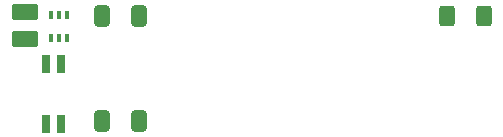
<source format=gbr>
%TF.GenerationSoftware,KiCad,Pcbnew,7.0.8*%
%TF.CreationDate,2023-11-26T17:58:30+01:00*%
%TF.ProjectId,LvL_shifter_shield,4c764c5f-7368-4696-9674-65725f736869,rev?*%
%TF.SameCoordinates,Original*%
%TF.FileFunction,Paste,Bot*%
%TF.FilePolarity,Positive*%
%FSLAX46Y46*%
G04 Gerber Fmt 4.6, Leading zero omitted, Abs format (unit mm)*
G04 Created by KiCad (PCBNEW 7.0.8) date 2023-11-26 17:58:30*
%MOMM*%
%LPD*%
G01*
G04 APERTURE LIST*
G04 Aperture macros list*
%AMRoundRect*
0 Rectangle with rounded corners*
0 $1 Rounding radius*
0 $2 $3 $4 $5 $6 $7 $8 $9 X,Y pos of 4 corners*
0 Add a 4 corners polygon primitive as box body*
4,1,4,$2,$3,$4,$5,$6,$7,$8,$9,$2,$3,0*
0 Add four circle primitives for the rounded corners*
1,1,$1+$1,$2,$3*
1,1,$1+$1,$4,$5*
1,1,$1+$1,$6,$7*
1,1,$1+$1,$8,$9*
0 Add four rect primitives between the rounded corners*
20,1,$1+$1,$2,$3,$4,$5,0*
20,1,$1+$1,$4,$5,$6,$7,0*
20,1,$1+$1,$6,$7,$8,$9,0*
20,1,$1+$1,$8,$9,$2,$3,0*%
G04 Aperture macros list end*
%ADD10R,0.400000X0.650000*%
%ADD11R,0.760000X1.600000*%
%ADD12RoundRect,0.250000X0.400000X0.625000X-0.400000X0.625000X-0.400000X-0.625000X0.400000X-0.625000X0*%
%ADD13RoundRect,0.250001X-0.849999X0.462499X-0.849999X-0.462499X0.849999X-0.462499X0.849999X0.462499X0*%
%ADD14RoundRect,0.250000X0.412500X0.650000X-0.412500X0.650000X-0.412500X-0.650000X0.412500X-0.650000X0*%
%ADD15RoundRect,0.250000X-0.412500X-0.650000X0.412500X-0.650000X0.412500X0.650000X-0.412500X0.650000X0*%
G04 APERTURE END LIST*
D10*
%TO.C,U3*%
X105903000Y-81208800D03*
X106553000Y-81208800D03*
X107203000Y-81208800D03*
X107203000Y-83108800D03*
X106553000Y-83108800D03*
X105903000Y-83108800D03*
%TD*%
D11*
%TO.C,SW1*%
X105435400Y-85369400D03*
X106705400Y-85369400D03*
X106705400Y-90449400D03*
X105435400Y-90449400D03*
%TD*%
D12*
%TO.C,R1*%
X142520000Y-81280000D03*
X139420000Y-81280000D03*
%TD*%
D13*
%TO.C,L1*%
X103682800Y-80930300D03*
X103682800Y-83255300D03*
%TD*%
D14*
%TO.C,C2*%
X113322500Y-90170000D03*
X110197500Y-90170000D03*
%TD*%
D15*
%TO.C,C1*%
X110197500Y-81280000D03*
X113322500Y-81280000D03*
%TD*%
M02*

</source>
